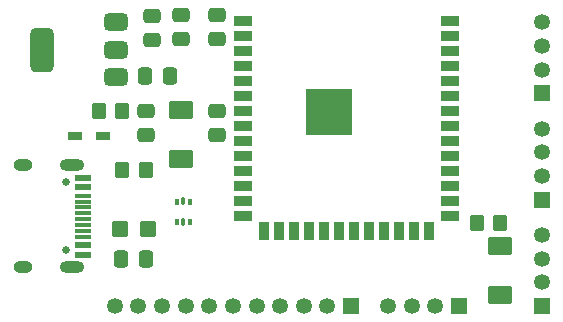
<source format=gbr>
%TF.GenerationSoftware,KiCad,Pcbnew,9.0.1*%
%TF.CreationDate,2025-07-10T19:48:23+10:00*%
%TF.ProjectId,esp-32-s3-wroom-1,6573702d-3332-42d7-9333-2d77726f6f6d,rev?*%
%TF.SameCoordinates,Original*%
%TF.FileFunction,Soldermask,Top*%
%TF.FilePolarity,Negative*%
%FSLAX46Y46*%
G04 Gerber Fmt 4.6, Leading zero omitted, Abs format (unit mm)*
G04 Created by KiCad (PCBNEW 9.0.1) date 2025-07-10 19:48:23*
%MOMM*%
%LPD*%
G01*
G04 APERTURE LIST*
G04 Aperture macros list*
%AMRoundRect*
0 Rectangle with rounded corners*
0 $1 Rounding radius*
0 $2 $3 $4 $5 $6 $7 $8 $9 X,Y pos of 4 corners*
0 Add a 4 corners polygon primitive as box body*
4,1,4,$2,$3,$4,$5,$6,$7,$8,$9,$2,$3,0*
0 Add four circle primitives for the rounded corners*
1,1,$1+$1,$2,$3*
1,1,$1+$1,$4,$5*
1,1,$1+$1,$6,$7*
1,1,$1+$1,$8,$9*
0 Add four rect primitives between the rounded corners*
20,1,$1+$1,$2,$3,$4,$5,0*
20,1,$1+$1,$4,$5,$6,$7,0*
20,1,$1+$1,$6,$7,$8,$9,0*
20,1,$1+$1,$8,$9,$2,$3,0*%
G04 Aperture macros list end*
%ADD10O,1.600000X1.000000*%
%ADD11O,2.100000X1.000000*%
%ADD12R,1.450000X0.600000*%
%ADD13R,1.450000X0.300000*%
%ADD14C,0.650000*%
%ADD15C,0.600000*%
%ADD16R,3.900000X3.900000*%
%ADD17R,1.500000X0.900000*%
%ADD18R,0.900000X1.500000*%
%ADD19RoundRect,0.250000X-0.475000X0.337500X-0.475000X-0.337500X0.475000X-0.337500X0.475000X0.337500X0*%
%ADD20R,1.350000X1.350000*%
%ADD21C,1.350000*%
%ADD22RoundRect,0.102000X-0.520000X-0.230000X0.520000X-0.230000X0.520000X0.230000X-0.520000X0.230000X0*%
%ADD23RoundRect,0.250000X0.337500X0.475000X-0.337500X0.475000X-0.337500X-0.475000X0.337500X-0.475000X0*%
%ADD24RoundRect,0.250000X0.350000X0.450000X-0.350000X0.450000X-0.350000X-0.450000X0.350000X-0.450000X0*%
%ADD25RoundRect,0.102000X-0.900000X0.675000X-0.900000X-0.675000X0.900000X-0.675000X0.900000X0.675000X0*%
%ADD26RoundRect,0.102000X-0.575000X-0.575000X0.575000X-0.575000X0.575000X0.575000X-0.575000X0.575000X0*%
%ADD27RoundRect,0.250000X-0.350000X-0.450000X0.350000X-0.450000X0.350000X0.450000X-0.350000X0.450000X0*%
%ADD28RoundRect,0.375000X0.625000X0.375000X-0.625000X0.375000X-0.625000X-0.375000X0.625000X-0.375000X0*%
%ADD29RoundRect,0.500000X0.500000X1.400000X-0.500000X1.400000X-0.500000X-1.400000X0.500000X-1.400000X0*%
%ADD30RoundRect,0.093750X-0.093750X0.156250X-0.093750X-0.156250X0.093750X-0.156250X0.093750X0.156250X0*%
%ADD31RoundRect,0.075000X-0.075000X0.250000X-0.075000X-0.250000X0.075000X-0.250000X0.075000X0.250000X0*%
G04 APERTURE END LIST*
D10*
%TO.C,J1*%
X106082857Y-94236371D03*
D11*
X110262857Y-94236371D03*
D10*
X106082857Y-85596371D03*
D11*
X110262857Y-85596371D03*
D12*
X111177857Y-86666371D03*
X111177857Y-87466371D03*
D13*
X111177857Y-88166371D03*
X111177857Y-89166371D03*
X111177857Y-90666371D03*
X111177857Y-91666371D03*
D12*
X111177857Y-92366371D03*
X111177857Y-93166371D03*
X111177857Y-93166371D03*
X111177857Y-92366371D03*
D13*
X111177857Y-91166371D03*
X111177857Y-90166371D03*
X111177857Y-89666371D03*
X111177857Y-88666371D03*
D12*
X111177857Y-87466371D03*
X111177857Y-86666371D03*
D14*
X109732857Y-92806371D03*
X109732857Y-87026371D03*
%TD*%
D15*
%TO.C,U1*%
X133400000Y-81810000D03*
X133400000Y-80410000D03*
X132700000Y-82510000D03*
X132700000Y-81110000D03*
X132700000Y-79710000D03*
X132000000Y-81810000D03*
D16*
X132000000Y-81110000D03*
D15*
X132000000Y-80410000D03*
X131300000Y-82510000D03*
X131300000Y-81110000D03*
X131300000Y-79710000D03*
X130600000Y-81810000D03*
X130600000Y-80410000D03*
D17*
X142250000Y-73390000D03*
X142250000Y-74660000D03*
X142250000Y-75930000D03*
X142250000Y-77200000D03*
X142250000Y-78470000D03*
X142250000Y-79740000D03*
X142250000Y-81010000D03*
X142250000Y-82280000D03*
X142250000Y-83550000D03*
X142250000Y-84820000D03*
X142250000Y-86090000D03*
X142250000Y-87360000D03*
X142250000Y-88630000D03*
X142250000Y-89900000D03*
D18*
X140485000Y-91150000D03*
X139215000Y-91150000D03*
X137945000Y-91150000D03*
X136675000Y-91150000D03*
X135405000Y-91150000D03*
X134135000Y-91150000D03*
X132865000Y-91150000D03*
X131595000Y-91150000D03*
X130325000Y-91150000D03*
X129055000Y-91150000D03*
X127785000Y-91150000D03*
X126515000Y-91150000D03*
D17*
X124750000Y-89900000D03*
X124750000Y-88630000D03*
X124750000Y-87360000D03*
X124750000Y-86090000D03*
X124750000Y-84820000D03*
X124750000Y-83550000D03*
X124750000Y-82280000D03*
X124750000Y-81010000D03*
X124750000Y-79740000D03*
X124750000Y-78470000D03*
X124750000Y-77200000D03*
X124750000Y-75930000D03*
X124750000Y-74660000D03*
X124750000Y-73390000D03*
%TD*%
D19*
%TO.C,C1*%
X119500000Y-74925500D03*
X119500000Y-72850500D03*
%TD*%
%TO.C,C3*%
X122500000Y-74925500D03*
X122500000Y-72850500D03*
%TD*%
D20*
%TO.C,J2*%
X143000000Y-97500000D03*
D21*
X141000000Y-97500000D03*
X139000000Y-97500000D03*
X137000000Y-97500000D03*
%TD*%
D22*
%TO.C,D1*%
X112887500Y-83130000D03*
X110507500Y-83130000D03*
%TD*%
D23*
%TO.C,C2*%
X118537500Y-78000000D03*
X116462500Y-78000000D03*
%TD*%
D19*
%TO.C,C5*%
X122500000Y-80962500D03*
X122500000Y-83037500D03*
%TD*%
D20*
%TO.C,J7*%
X133870000Y-97540000D03*
D21*
X131870000Y-97540000D03*
X129870000Y-97540000D03*
X127870000Y-97540000D03*
X125870000Y-97540000D03*
X123870000Y-97540000D03*
X121870000Y-97540000D03*
X119870000Y-97540000D03*
X117870000Y-97540000D03*
X115870000Y-97540000D03*
X113870000Y-97540000D03*
%TD*%
D24*
%TO.C,R5*%
X114500000Y-81000000D03*
X112500000Y-81000000D03*
%TD*%
D25*
%TO.C,S1*%
X119500000Y-80925000D03*
X119500000Y-85075000D03*
%TD*%
%TO.C,S2*%
X146500000Y-92425000D03*
X146500000Y-96575000D03*
%TD*%
D20*
%TO.C,J3*%
X150000000Y-97500000D03*
D21*
X150000000Y-95500000D03*
X150000000Y-93500000D03*
X150000000Y-91500000D03*
%TD*%
D19*
%TO.C,C4*%
X117000000Y-72925000D03*
X117000000Y-75000000D03*
%TD*%
D23*
%TO.C,C6*%
X116500000Y-93500000D03*
X114425000Y-93500000D03*
%TD*%
D26*
%TO.C,R3*%
X114287500Y-91000000D03*
X116637500Y-91000000D03*
%TD*%
D27*
%TO.C,R2*%
X144500000Y-90500000D03*
X146500000Y-90500000D03*
%TD*%
D20*
%TO.C,J4*%
X150000000Y-88500000D03*
D21*
X150000000Y-86500000D03*
X150000000Y-84500000D03*
X150000000Y-82500000D03*
%TD*%
D20*
%TO.C,J5*%
X150000000Y-79500000D03*
D21*
X150000000Y-77500000D03*
X150000000Y-75500000D03*
X150000000Y-73500000D03*
%TD*%
D28*
%TO.C,U3*%
X114000000Y-78100000D03*
X114000000Y-75800000D03*
D29*
X107700000Y-75800000D03*
D28*
X114000000Y-73500000D03*
%TD*%
D19*
%TO.C,C7*%
X116500000Y-80962500D03*
X116500000Y-83037500D03*
%TD*%
D27*
%TO.C,R1*%
X114500000Y-86000000D03*
X116500000Y-86000000D03*
%TD*%
D30*
%TO.C,U2*%
X120197500Y-88665000D03*
D31*
X119660000Y-88590000D03*
D30*
X119122500Y-88665000D03*
X119122500Y-90365000D03*
D31*
X119660000Y-90440000D03*
D30*
X120197500Y-90365000D03*
%TD*%
M02*

</source>
